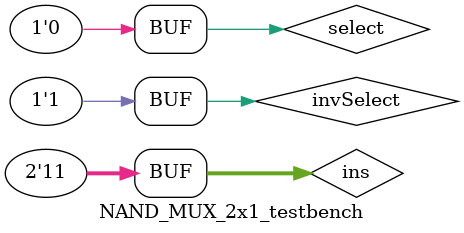
<source format=sv>

module NAND_MUX_2x1(out, select, invSelect, in);
	output out;
	input select, invSelect;
	input [1:0] in;
	wire one, zero;
	
	nand oneNand(one, select, in[1]);
	nand zeroNand(zero, invSelect, in[0]);
	
	nand sumNand(out, one, zero);
endmodule

module NAND_MUX_2x1_testbench;
	wire out;
	reg select;
	wire invSelect;
	reg [1:0] ins;
	assign invSelect=~select;
	NAND_MUX_2x1 dut(.out, .select, .invSelect, .in(ins));
	
	initial begin
	select=0;
	ins[1:0] = 2'b00;
	#200;
	ins[1:0] = 2'b01;
	#200;
	select=1;
	#200;
	ins[1:0] = 2'b11;
	#200;
	select=0;
	#200;
	end
endmodule

</source>
